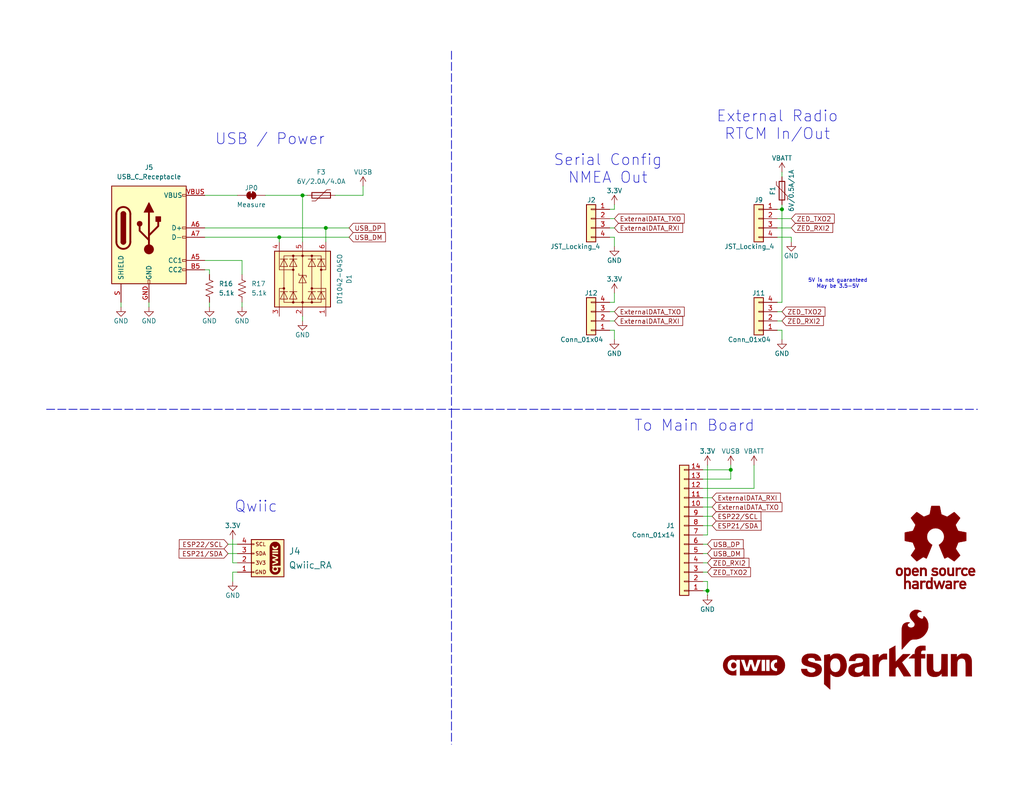
<source format=kicad_sch>
(kicad_sch (version 20231120) (generator "eeschema") (generator_version "8.0")
  (paper "USLetter")
  (title_block (title "SparkFun RTK Facet - External Connector") (date "2024-09-25") (rev "v13") (comment 1 "Designed by: N. Seidle"))
  (lib_symbols
    (symbol "SparkFun-Aesthetic:OSHW_Logo" (pin_names (offset 1.016)) (in_bom no))
    (symbol "SparkFun-Aesthetic:SparkFun_Logo" (pin_names (offset 1.016)) (on_board no))
    (symbol "SparkFun-Aesthetic:qwiic_Logo" (pin_names (offset 1.016)) (on_board no))
    (symbol "SparkFun-Connector:Conn_01x04" (pin_names (offset 1.016) hide)
      (property "Reference" "J" (at 0 5.08 0))
      (property "Value" "Conn_01x04" (at 0 -7.62 0))
      (symbol "Conn_01x04_1_1"
        (pin passive line (at -5.08 2.54 0) (length 3.81) (name "Pin_1") (number "1"))
        (pin passive line (at -5.08 0 0) (length 3.81) (name "Pin_2") (number "2"))
        (pin passive line (at -5.08 -2.54 0) (length 3.81) (name "Pin_3") (number "3"))
        (pin passive line (at -5.08 -5.08 0) (length 3.81) (name "Pin_4") (number "4"))
      )
    )
    (symbol "SparkFun-Connector:Conn_01x04_JST_1.25mm_Locking" (pin_names (offset 1.016) hide)
      (property "Reference" "J" (at 0 5.08 0))
      (property "Value" "JST_Locking_4" (at 0 -7.62 0))
      (symbol "Conn_01x04_JST_1.25mm_Locking_1_1"
        (pin passive line (at -5.08 2.54 0) (length 3.81) (name "Pin_1") (number "1"))
        (pin passive line (at -5.08 0 0) (length 3.81) (name "Pin_2") (number "2"))
        (pin passive line (at -5.08 -2.54 0) (length 3.81) (name "Pin_3") (number "3"))
        (pin passive line (at -5.08 -5.08 0) (length 3.81) (name "Pin_4") (number "4"))
        (pin no_connect line (at 6.35 -6.35 90) (length 5.08) hide (name "NC") (number "NC1"))
        (pin no_connect line (at 3.81 -6.35 90) (length 5.08) hide (name "NC") (number "NC2"))
      )
    )
    (symbol "SparkFun-Connector:Conn_01x14_JST_RA" (pin_names (offset 1.016) hide)
      (property "Reference" "J" (at 0 17.78 0))
      (property "Value" "Conn_01x14" (at 0 -20.32 0))
      (symbol "Conn_01x14_JST_RA_1_1"
        (pin passive line (at -5.08 15.24 0) (length 3.81) (name "Pin_1") (number "1"))
        (pin passive line (at -5.08 -7.62 0) (length 3.81) (name "Pin_10") (number "10"))
        (pin passive line (at -5.08 -10.16 0) (length 3.81) (name "Pin_11") (number "11"))
        (pin passive line (at -5.08 -12.7 0) (length 3.81) (name "Pin_12") (number "12"))
        (pin passive line (at -5.08 -15.24 0) (length 3.81) (name "Pin_13") (number "13"))
        (pin passive line (at -5.08 -17.78 0) (length 3.81) (name "Pin_14") (number "14"))
        (pin passive line (at -5.08 12.7 0) (length 3.81) (name "Pin_2") (number "2"))
        (pin passive line (at -5.08 10.16 0) (length 3.81) (name "Pin_3") (number "3"))
        (pin passive line (at -5.08 7.62 0) (length 3.81) (name "Pin_4") (number "4"))
        (pin passive line (at -5.08 5.08 0) (length 3.81) (name "Pin_5") (number "5"))
        (pin passive line (at -5.08 2.54 0) (length 3.81) (name "Pin_6") (number "6"))
        (pin passive line (at -5.08 0 0) (length 3.81) (name "Pin_7") (number "7"))
        (pin passive line (at -5.08 -2.54 0) (length 3.81) (name "Pin_8") (number "8"))
        (pin passive line (at -5.08 -5.08 0) (length 3.81) (name "Pin_9") (number "9"))
      )
    )
    (symbol "SparkFun-Connector:Qwiic_Right_Angle" (pin_names (offset 1.016) hide)
      (property "Reference" "J" (at 0 5.08 0))
      (property "Value" "Qwiic_RA" (at 0 -7.62 0))
      (symbol "Qwiic_Right_Angle_1_1"
        (text "3V3" (at 1.27 -2.54 0) (effects (font (size 1 1))))
        (text "GND" (at 1.27 -5.08 0) (effects (font (size 1 1))))
        (text "SCL" (at 1.27 2.54 0) (effects (font (size 1 1))))
        (text "SDA" (at 1.27 0 0) (effects (font (size 1 1))))
        (pin passive line (at -5.08 -5.08 0) (length 3.81) (name "Pin_1") (number "1"))
        (pin passive line (at -5.08 -2.54 0) (length 3.81) (name "Pin_2") (number "2"))
        (pin passive line (at -5.08 0 0) (length 3.81) (name "Pin_3") (number "3"))
        (pin passive line (at -5.08 2.54 0) (length 3.81) (name "Pin_4") (number "4"))
        (pin no_connect line (at 5.08 3.81 270) (length 2.54) hide (name "NC") (number "NC1"))
        (pin no_connect line (at 6.35 3.81 270) (length 2.54) hide (name "NC") (number "NC2"))
      )
    )
    (symbol "SparkFun-Connector:USB_C_Receptacle" (pin_names (offset 1.016))
      (property "Reference" "J" (at -10.16 12.7 0))
      (property "Value" "USB_C_Receptacle" (at 19.05 12.7 0))
      (symbol "USB_C_Receptacle_1_1"
        (pin bidirectional line (at 15.24 -8.89 180) (length 5.08) (name "CC1") (number "A5"))
        (pin bidirectional line (at 15.24 0 180) (length 5.08) (name "D+") (number "A6"))
        (pin bidirectional line (at 15.24 -2.54 180) (length 5.08) (name "D-") (number "A7"))
        (pin no_connect line (at 2.54 -15.24 90) (length 5.08) hide (name "NC") (number "A8"))
        (pin bidirectional line (at 15.24 -11.43 180) (length 5.08) (name "CC2") (number "B5"))
        (pin bidirectional line (at 15.24 0 180) (length 5.08) hide (name "D+") (number "B6"))
        (pin bidirectional line (at 15.24 -2.54 180) (length 5.08) hide (name "D-") (number "B7"))
        (pin no_connect line (at 3.81 -15.24 90) (length 5.08) hide (name "NC") (number "B8"))
        (pin passive line (at 0 -20.32 90) (length 5.08) (name "GND") (number "GND"))
        (pin no_connect line (at -5.08 -15.24 90) (length 5.08) hide (name "NC") (number "NC1"))
        (pin no_connect line (at -3.81 -15.24 90) (length 5.08) hide (name "NC") (number "NC2"))
        (pin no_connect line (at -2.54 -15.24 90) (length 5.08) hide (name "NC") (number "NC3"))
        (pin passive line (at -7.62 -20.32 90) (length 5.08) (name "SHIELD") (number "S"))
        (pin power_out line (at 15.24 8.89 180) (length 5.08) (name "VBUS") (number "VBUS"))
      )
    )
    (symbol "SparkFun-DiscreteSemi:D_TVS_ESD_USB" (pin_names hide)
      (property "Reference" "D" (at -8.636 -2.794 90))
      (property "Value" "DT1042-04SO" (at 9.398 -8.382 90))
      (symbol "D_TVS_ESD_USB_1_1"
        (pin passive line (at -6.35 -11.43 90) (length 2.54) (name "I/O1") (number "1"))
        (pin passive line (at 0 -11.43 90) (length 2.54) (name "GND") (number "2"))
        (pin passive line (at 6.35 -11.43 90) (length 2.54) (name "I/O2") (number "3"))
        (pin passive line (at 6.35 8.89 270) (length 2.54) (name "I/O3") (number "4"))
        (pin passive line (at 0 8.89 270) (length 2.54) (name "VCC") (number "5"))
        (pin passive line (at -6.35 8.89 270) (length 2.54) (name "I/O4") (number "6"))
      )
    )
    (symbol "SparkFun-Fuse:Fuse 6V/0.5A/1A" (pin_numbers hide) (pin_names (offset 0))
      (property "Reference" "F" (at 0 2.54 0))
      (property "Value" "6V/0.5A/1A" (at 0 -2.54 0))
      (symbol "Fuse 6V/0.5A/1A_1_1"
        (pin passive line (at 3.81 0 180) (length 1.27) (name "~") (number "1"))
        (pin passive line (at -3.81 0 0) (length 1.27) (name "~") (number "2"))
      )
    )
    (symbol "SparkFun-Fuse:Fuse 6V/2.0A/4.0A" (pin_numbers hide) (pin_names (offset 0))
      (property "Reference" "F" (at 0 2.54 0))
      (property "Value" "6V/2.0A/4.0A" (at 0 -2.54 0))
      (symbol "Fuse 6V/2.0A/4.0A_1_1"
        (pin passive line (at 3.81 0 180) (length 1.27) (name "~") (number "1"))
        (pin passive line (at -3.81 0 0) (length 1.27) (name "~") (number "2"))
      )
    )
    (symbol "SparkFun-Jumper:Jumper_Measure" (pin_numbers hide) (pin_names (offset 0) hide)
      (property "Reference" "JP" (at 0 2.032 0))
      (property "Value" "Measure" (at 0 -2.54 0))
      (symbol "Jumper_Measure_1_1"
        (pin passive line (at -3.81 0 0) (length 2.54) (name "A") (number "1"))
        (pin passive line (at 3.81 0 180) (length 2.54) (name "B") (number "2"))
      )
    )
    (symbol "SparkFun-PowerSymbol:3.3V" (power) (pin_names (offset 0))
      (property "Value" "3.3V" (at 0 3.81 0))
      (symbol "3.3V_1_1"
        (pin power_in line (at 0 0 90) (length 0) hide (name "3.3V") (number "1"))
      )
    )
    (symbol "SparkFun-PowerSymbol:GND" (power) (pin_names (offset 0))
      (property "Value" "GND" (at 0 -3.81 0))
      (symbol "GND_1_1"
        (pin power_in line (at 0 0 270) (length 0) hide (name "GND") (number "1"))
      )
    )
    (symbol "SparkFun-PowerSymbol:VBATT" (power) (pin_names (offset 0))
      (property "Value" "VBATT" (at 0 3.81 0))
      (symbol "VBATT_1_1"
        (pin power_in line (at 0 0 90) (length 0) hide (name "VBATT") (number "1"))
      )
    )
    (symbol "SparkFun-PowerSymbol:VUSB" (power) (pin_names (offset 0))
      (property "Value" "VUSB" (at 0 3.81 0))
      (symbol "VUSB_1_1"
        (pin power_in line (at 0 0 90) (length 0) hide (name "VUSB") (number "1"))
      )
    )
    (symbol "SparkFun-Resistor:5.1k_0603" (pin_numbers hide) (pin_names (offset 0))
      (property "Reference" "R" (at 0 -2.54 0))
      (property "Value" "5.1k" (at 0 2.54 0))
      (symbol "5.1k_0603_1_1"
        (pin passive line (at 3.81 0 180) (length 1.27) (name "~") (number "1"))
        (pin passive line (at -3.81 0 0) (length 1.27) (name "~") (number "2"))
      )
    )
    (symbol "power:GND" (power) (pin_numbers hide) (pin_names (offset 0) hide)
      (property "Value" "GND" (at 0 -3.81 0))
      (symbol "GND_1_1"
        (pin power_in line (at 0 0 270) (length 0) (name "~") (number "1"))
      )
    )
  )
  (junction (at 88.9 62.23))
  (junction (at 76.2 64.77))
  (junction (at 193.04 161.29))
  (junction (at 82.55 53.34))
  (junction (at 213.36 57.15))
  (junction (at 199.39 128.27))
  (polyline (pts (xy 123.19 111.76) (xy 123.19 111.76)) (stroke (width 0.2032) (type dash)))
  (wire (pts (xy 82.55 53.34) (xy 83.82 53.34)))
  (wire (pts (xy 212.09 87.63) (xy 213.36 87.63)) (stroke (width 0.1524)))
  (wire (pts (xy 191.77 146.05) (xy 193.04 146.05)))
  (wire (pts (xy 166.37 82.55) (xy 167.64 82.55)) (stroke (width 0.1524)))
  (wire (pts (xy 191.77 153.67) (xy 193.04 153.67)))
  (wire (pts (xy 212.09 64.77) (xy 215.9 64.77)) (stroke (width 0.1524)))
  (wire (pts (xy 191.77 128.27) (xy 199.39 128.27)))
  (wire (pts (xy 57.15 83.82) (xy 57.15 82.55)) (stroke (width 0.1524)))
  (wire (pts (xy 166.37 57.15) (xy 167.64 57.15)) (stroke (width 0.1524)))
  (wire (pts (xy 193.04 127) (xy 193.04 146.05)))
  (wire (pts (xy 55.88 73.66) (xy 57.15 73.66)) (stroke (width 0.1524)))
  (wire (pts (xy 213.36 90.17) (xy 213.36 92.71)) (stroke (width 0.1524)))
  (wire (pts (xy 191.77 148.59) (xy 193.04 148.59)))
  (wire (pts (xy 64.77 156.21) (xy 63.5 156.21)) (stroke (width 0.1524)))
  (wire (pts (xy 82.55 53.34) (xy 82.55 66.04)))
  (wire (pts (xy 64.77 153.67) (xy 63.5 153.67)) (stroke (width 0.1524)))
  (wire (pts (xy 212.09 82.55) (xy 213.36 82.55)) (stroke (width 0.1524)))
  (wire (pts (xy 40.64 83.82) (xy 40.64 82.55)))
  (wire (pts (xy 99.06 53.34) (xy 99.06 50.8)) (stroke (width 0.1524)))
  (wire (pts (xy 57.15 73.66) (xy 57.15 74.93)) (stroke (width 0.1524)))
  (wire (pts (xy 88.9 62.23) (xy 95.25 62.23)))
  (wire (pts (xy 213.36 46.99) (xy 213.36 48.26)) (stroke (width 0.1524)))
  (wire (pts (xy 213.36 57.15) (xy 213.36 82.55)) (stroke (width 0.1524)))
  (wire (pts (xy 64.77 148.59) (xy 62.23 148.59)) (stroke (width 0.1524)))
  (wire (pts (xy 66.04 74.93) (xy 66.04 71.12)) (stroke (width 0.1524)))
  (wire (pts (xy 215.9 64.77) (xy 215.9 66.04)) (stroke (width 0.1524)))
  (wire (pts (xy 194.31 138.43) (xy 191.77 138.43)))
  (polyline (pts (xy 123.19 111.76) (xy 123.19 203.2)) (stroke (width 0.2032) (type dash)))
  (wire (pts (xy 166.37 64.77) (xy 167.64 64.77)) (stroke (width 0.1524)))
  (wire (pts (xy 191.77 133.35) (xy 205.74 133.35)))
  (wire (pts (xy 191.77 158.75) (xy 193.04 158.75)))
  (wire (pts (xy 212.09 62.23) (xy 215.9 62.23)) (stroke (width 0.1524)))
  (wire (pts (xy 55.88 64.77) (xy 76.2 64.77)))
  (wire (pts (xy 213.36 57.15) (xy 213.36 55.88)) (stroke (width 0.1524)))
  (wire (pts (xy 63.5 156.21) (xy 63.5 158.75)) (stroke (width 0.1524)))
  (wire (pts (xy 64.77 151.13) (xy 62.23 151.13)) (stroke (width 0.1524)))
  (wire (pts (xy 212.09 85.09) (xy 213.36 85.09)) (stroke (width 0.1524)))
  (wire (pts (xy 76.2 64.77) (xy 95.25 64.77)))
  (wire (pts (xy 191.77 151.13) (xy 193.04 151.13)))
  (wire (pts (xy 212.09 90.17) (xy 213.36 90.17)) (stroke (width 0.1524)))
  (wire (pts (xy 55.88 71.12) (xy 66.04 71.12)) (stroke (width 0.1524)))
  (polyline (pts (xy 123.19 111.76) (xy 266.7 111.76)) (stroke (width 0.2032) (type dash)))
  (wire (pts (xy 91.44 53.34) (xy 99.06 53.34)) (stroke (width 0.1524)))
  (wire (pts (xy 72.39 53.34) (xy 82.55 53.34)) (stroke (width 0.1524)))
  (wire (pts (xy 166.37 62.23) (xy 167.64 62.23)) (stroke (width 0.1524)))
  (polyline (pts (xy 12.7 111.76) (xy 123.19 111.76)) (stroke (width 0.2032) (type dash)))
  (wire (pts (xy 88.9 66.04) (xy 88.9 62.23)))
  (wire (pts (xy 191.77 130.81) (xy 199.39 130.81)))
  (wire (pts (xy 199.39 128.27) (xy 199.39 130.81)))
  (wire (pts (xy 166.37 85.09) (xy 167.64 85.09)) (stroke (width 0.1524)))
  (wire (pts (xy 194.31 140.97) (xy 191.77 140.97)))
  (wire (pts (xy 167.64 90.17) (xy 167.64 92.71)) (stroke (width 0.1524)))
  (polyline (pts (xy 123.19 13.97) (xy 123.19 111.76)) (stroke (width 0.2032) (type dash)))
  (wire (pts (xy 166.37 59.69) (xy 167.64 59.69)) (stroke (width 0.1524)))
  (wire (pts (xy 82.55 87.63) (xy 82.55 86.36)))
  (wire (pts (xy 166.37 87.63) (xy 167.64 87.63)) (stroke (width 0.1524)))
  (wire (pts (xy 63.5 153.67) (xy 63.5 147.32)) (stroke (width 0.1524)))
  (wire (pts (xy 167.64 82.55) (xy 167.64 80.01)) (stroke (width 0.1524)))
  (wire (pts (xy 212.09 57.15) (xy 213.36 57.15)) (stroke (width 0.1524)))
  (wire (pts (xy 76.2 64.77) (xy 76.2 66.04)))
  (wire (pts (xy 194.31 135.89) (xy 191.77 135.89)))
  (wire (pts (xy 191.77 156.21) (xy 193.04 156.21)))
  (wire (pts (xy 66.04 83.82) (xy 66.04 82.55)) (stroke (width 0.1524)))
  (wire (pts (xy 33.02 83.82) (xy 33.02 82.55)))
  (wire (pts (xy 199.39 127) (xy 199.39 128.27)))
  (wire (pts (xy 193.04 158.75) (xy 193.04 161.29)))
  (wire (pts (xy 64.77 53.34) (xy 55.88 53.34)) (stroke (width 0.1524)))
  (wire (pts (xy 194.31 143.51) (xy 191.77 143.51)))
  (wire (pts (xy 55.88 62.23) (xy 88.9 62.23)))
  (wire (pts (xy 205.74 127) (xy 205.74 133.35)))
  (wire (pts (xy 167.64 64.77) (xy 167.64 67.31)) (stroke (width 0.1524)))
  (wire (pts (xy 212.09 59.69) (xy 215.9 59.69)) (stroke (width 0.1524)))
  (wire (pts (xy 193.04 161.29) (xy 193.04 162.56)))
  (wire (pts (xy 191.77 161.29) (xy 193.04 161.29)))
  (wire (pts (xy 167.64 57.15) (xy 167.64 55.88)) (stroke (width 0.1524)))
  (wire (pts (xy 166.37 90.17) (xy 167.64 90.17)) (stroke (width 0.1524)))
  (text "USB / Power" (at 73.66 38.1 0) (effects (font (size 3 3))))
  (text "Serial Config\nNMEA Out" (at 165.862 46.228 0) (effects (font (size 3 3))))
  (text "Qwiic" (at 69.85 138.43 0) (effects (font (size 3 3))))
  (text "5V is not guaranteed\nMay be 3.5-5V" (at 228.6 77.47 0) (effects (font (size 1 1))))
  (text "To Main Board" (at 189.484 116.332 0) (effects (font (size 3 3))))
  (text "External Radio\nRTCM In/Out" (at 212.09 34.29 0) (effects (font (size 3 3))))
  (global_label "ZED_RXI2" (shape input) (at 213.36 87.63 0) (property "Intersheetrefs" "${INTERSHEET_REFS}" (effects (hide yes))))
  (global_label "ESP22{slash}SCL" (shape input) (at 194.31 140.97 0) (property "Intersheetrefs" "${INTERSHEET_REFS}" (effects (hide yes))))
  (global_label "ZED_RXI2" (shape input) (at 215.9 62.23 0) (property "Intersheetrefs" "${INTERSHEET_REFS}" (effects (hide yes))))
  (global_label "ExternalDATA_RXI" (shape input) (at 194.31 135.89 0) (property "Intersheetrefs" "${INTERSHEET_REFS}" (effects (hide yes))))
  (global_label "USB_DM" (shape input) (at 193.04 151.13 0) (property "Intersheetrefs" "${INTERSHEET_REFS}" (effects (hide yes))))
  (global_label "ZED_TXO2" (shape input) (at 215.9 59.69 0) (property "Intersheetrefs" "${INTERSHEET_REFS}" (effects (hide yes))))
  (global_label "ZED_TXO2" (shape input) (at 193.04 156.21 0) (property "Intersheetrefs" "${INTERSHEET_REFS}" (effects (hide yes))))
  (global_label "ZED_RXI2" (shape input) (at 193.04 153.67 0) (property "Intersheetrefs" "${INTERSHEET_REFS}" (effects (hide yes))))
  (global_label "ExternalDATA_RXI" (shape input) (at 167.64 87.63 0) (property "Intersheetrefs" "${INTERSHEET_REFS}" (effects (hide yes))))
  (global_label "ExternalDATA_TXO" (shape input) (at 194.31 138.43 0) (property "Intersheetrefs" "${INTERSHEET_REFS}" (effects (hide yes))))
  (global_label "ESP21{slash}SDA" (shape input) (at 194.31 143.51 0) (property "Intersheetrefs" "${INTERSHEET_REFS}" (effects (hide yes))))
  (global_label "ZED_TXO2" (shape input) (at 213.36 85.09 0) (property "Intersheetrefs" "${INTERSHEET_REFS}" (effects (hide yes))))
  (global_label "ExternalDATA_RXI" (shape input) (at 167.64 62.23 0) (property "Intersheetrefs" "${INTERSHEET_REFS}" (effects (hide yes))))
  (global_label "ESP22{slash}SCL" (shape input) (at 62.23 148.59 180) (property "Intersheetrefs" "${INTERSHEET_REFS}" (effects (hide yes))))
  (global_label "USB_DP" (shape input) (at 95.25 62.23 0) (property "Intersheetrefs" "${INTERSHEET_REFS}" (effects (hide yes))))
  (global_label "USB_DM" (shape input) (at 95.25 64.77 0) (property "Intersheetrefs" "${INTERSHEET_REFS}" (effects (hide yes))))
  (global_label "USB_DP" (shape input) (at 193.04 148.59 0) (property "Intersheetrefs" "${INTERSHEET_REFS}" (effects (hide yes))))
  (global_label "ExternalDATA_TXO" (shape input) (at 167.64 59.69 0) (property "Intersheetrefs" "${INTERSHEET_REFS}" (effects (hide yes))))
  (global_label "ExternalDATA_TXO" (shape input) (at 167.64 85.09 0) (property "Intersheetrefs" "${INTERSHEET_REFS}" (effects (hide yes))))
  (global_label "ESP21{slash}SDA" (shape input) (at 62.23 151.13 180) (property "Intersheetrefs" "${INTERSHEET_REFS}" (effects (hide yes))))
  (symbol (lib_id "SparkFun-Resistor:5.1k_0603") (at 66.04 78.74 90) (unit 1)
    (property "Reference" "R17" (at 68.58 77.4699 90) (effects (justify right)))
    (property "Value" "5.1k" (at 68.58 80.0099 90) (effects (justify right)))
    (property "Footprint" "SparkFun-Resistor:R_0603_1608Metric" (effects (hide yes)))
    (property "Datasheet" "https://www.vishay.com/docs/20035/dcrcwe3.pdf" (effects (hide yes)))
    (property "Description" "Resistor" (effects (hide yes)))
    (property "PROD_ID" "RES-12083" (effects (hide yes)))
  )
  (symbol (lib_id "SparkFun-Aesthetic:qwiic_Logo") (at 205.74 181.61 0) (unit 1) (on_board no)
    (property "Reference" "G2" (effects (hide yes)))
    (property "Value" "qwiic_Logo" (effects (hide yes)))
  )
  (symbol (lib_id "SparkFun-PowerSymbol:3.3V") (at 193.04 127 0) (mirror y) (unit 1)
    (property "Reference" "#SUPPLY01" (effects (hide yes)))
    (property "Value" "3.3V" (at 193.04 123.19 0))
    (property "Description" "Power symbol creates a global label with name \"3.3V\"" (effects (hide yes)))
  )
  (symbol (lib_id "SparkFun-Connector:Conn_01x14_JST_RA") (at 186.69 146.05 180) (unit 1)
    (property "Reference" "J1" (at 184.15 143.5099 0) (effects (justify left)))
    (property "Value" "Conn_01x14" (at 184.15 146.0499 0) (effects (justify left)))
    (property "Footprint" "SparkFun-Connector:JST_SMD_1.0mm-14_RA" (effects (hide yes)))
    (property "Datasheet" "https://www.jst-mfg.com/product/pdf/eng/eSH.pdf" (effects (hide yes)))
    (property "Description" "SMD 14 pin friction fit JST connector" (effects (hide yes)))
    (property "PROD_ID" "CONN-23695" (effects (hide yes)))
  )
  (symbol (lib_id "SparkFun-PowerSymbol:GND") (at 82.55 87.63 0) (unit 1)
    (property "Reference" "#PWR04" (effects (hide yes)))
    (property "Value" "GND" (at 82.55 91.44 0))
    (property "Description" "Power symbol creates a global label with name \"GND\" , ground" (effects (hide yes)))
  )
  (symbol (lib_id "SparkFun-PowerSymbol:GND") (at 40.64 83.82 0) (unit 1)
    (property "Reference" "#PWR031" (effects (hide yes)))
    (property "Value" "GND" (at 40.64 87.63 0))
    (property "Description" "Power symbol creates a global label with name \"GND\" , ground" (effects (hide yes)))
  )
  (symbol (lib_id "SparkFun-Fuse:Fuse 6V/2.0A/4.0A") (at 87.63 53.34 0) (unit 1)
    (property "Reference" "F3" (at 87.63 46.99 0))
    (property "Value" "6V/2.0A/4.0A" (at 87.63 49.53 0))
    (property "Footprint" "SparkFun-Fuse:1210" (effects (hide yes)))
    (property "Datasheet" "https://www.belfuse.com/resources/datasheets/circuitprotection/ds-cp-0zch-series.pdf" (effects (hide yes)))
    (property "Description" "Resettable fuse 2A" (effects (hide yes)))
    (property "PROD_ID" "RES-14313" (effects (hide yes)))
  )
  (symbol (lib_id "SparkFun-PowerSymbol:GND") (at 63.5 158.75 0) (unit 1)
    (property "Reference" "#PWR01" (effects (hide yes)))
    (property "Value" "GND" (at 63.5 162.56 0))
    (property "Description" "Power symbol creates a global label with name \"GND\" , ground" (effects (hide yes)))
  )
  (symbol (lib_id "SparkFun-PowerSymbol:GND") (at 213.36 92.71 0) (unit 1)
    (property "Reference" "#PWR026" (effects (hide yes)))
    (property "Value" "GND" (at 213.36 96.52 0))
    (property "Description" "Power symbol creates a global label with name \"GND\" , ground" (effects (hide yes)))
  )
  (symbol (lib_id "SparkFun-Resistor:5.1k_0603") (at 57.15 78.74 90) (unit 1)
    (property "Reference" "R16" (at 59.69 77.4699 90) (effects (justify right)))
    (property "Value" "5.1k" (at 59.69 80.0099 90) (effects (justify right)))
    (property "Footprint" "SparkFun-Resistor:R_0603_1608Metric" (effects (hide yes)))
    (property "Datasheet" "https://www.vishay.com/docs/20035/dcrcwe3.pdf" (effects (hide yes)))
    (property "Description" "Resistor" (effects (hide yes)))
    (property "PROD_ID" "RES-12083" (effects (hide yes)))
  )
  (symbol (lib_id "SparkFun-PowerSymbol:3.3V") (at 167.64 55.88 0) (mirror y) (unit 1)
    (property "Reference" "#SUPPLY04" (effects (hide yes)))
    (property "Value" "3.3V" (at 167.64 52.07 0))
    (property "Description" "Power symbol creates a global label with name \"3.3V\"" (effects (hide yes)))
  )
  (symbol (lib_id "SparkFun-DiscreteSemi:D_TVS_ESD_USB") (at 82.55 74.93 0) (mirror y) (unit 1)
    (property "Reference" "D1" (at 95.25 76.2 90))
    (property "Value" "DT1042-04SO" (at 92.71 76.2 90))
    (property "Footprint" "SparkFun-Semiconductor-Standard:SOT23-6" (effects (hide yes)))
    (property "Datasheet" "https://www.diodes.com/assets/Datasheets/DT1042-04SO.pdf" (effects (hide yes)))
    (property "Description" "Very low capacitance ESD protection diode, 4 data-line, SOT-23-6" (effects (hide yes)))
    (property "PROD_ID" "IC-13538" (effects (hide yes)))
  )
  (symbol (lib_id "SparkFun-Connector:Conn_01x04_JST_1.25mm_Locking") (at 207.01 59.69 0) (mirror y) (unit 1)
    (property "Reference" "J9" (at 207.01 54.61 0))
    (property "Value" "JST_Locking_4" (at 204.47 67.31 0))
    (property "Footprint" "SparkFun-Connector:JST_SMD_1.25mm-4_Locking" (effects (hide yes)))
    (property "Description" "Generic connector, single row, 01x04, script generated (kicad-library-utils/schlib/autogen/connector/)" (effects (hide yes)))
    (property "PROD_ID" "CONN-15303" (effects (hide yes)))
  )
  (symbol (lib_id "power:GND") (at 193.04 162.56 0) (unit 1)
    (property "Reference" "#PWR09" (effects (hide yes)))
    (property "Value" "GND" (at 193.04 166.37 0))
    (property "Description" "Power symbol creates a global label with name \"GND\" , ground" (effects (hide yes)))
  )
  (symbol (lib_id "SparkFun-Connector:Conn_01x04") (at 207.01 87.63 180) (unit 1)
    (property "Reference" "J11" (at 207.01 80.01 0))
    (property "Value" "Conn_01x04" (at 204.47 92.71 0))
    (property "Footprint" "SparkFun-Connector:1x04" (effects (hide yes)))
    (property "Description" "Generic connector, single row, 01x04, script generated (kicad-library-utils/schlib/autogen/connector/)" (effects (hide yes)))
  )
  (symbol (lib_id "SparkFun-PowerSymbol:VUSB") (at 99.06 50.8 0) (mirror y) (unit 1)
    (property "Reference" "#PWR05" (effects (hide yes)))
    (property "Value" "VUSB" (at 99.06 46.99 0))
    (property "Description" "Power symbol creates a global label with name \"VUSB\"" (effects (hide yes)))
  )
  (symbol (lib_id "SparkFun-Connector:Qwiic_Right_Angle") (at 69.85 151.13 0) (unit 1)
    (property "Reference" "J4" (at 78.74 150.4949 0) (effects (font (size 1.778 1.778)) (justify left)))
    (property "Value" "Qwiic_RA" (at 78.74 154.3049 0) (effects (font (size 1.778 1.778)) (justify left)))
    (property "Footprint" "SparkFun-Connector:JST_SMD_1.0mm-4_RA" (effects (hide yes)))
    (property "Datasheet" "https://www.jst-mfg.com/product/pdf/eng/eSH.pdf" (effects (hide yes)))
    (property "Description" "4 pin JST 1mm polarized connector for I2C" (effects (hide yes)))
    (property "PROD_ID" "CONN-13694" (effects (hide yes)))
  )
  (symbol (lib_id "SparkFun-PowerSymbol:VBATT") (at 213.36 46.99 0) (unit 1)
    (property "Reference" "#PWR06" (effects (hide yes)))
    (property "Value" "VBATT" (at 213.36 43.18 0))
    (property "Description" "Power symbol creates a global label with name \"VBATT\"" (effects (hide yes)))
  )
  (symbol (lib_id "SparkFun-Connector:Conn_01x04_JST_1.25mm_Locking") (at 161.29 59.69 0) (mirror y) (unit 1)
    (property "Reference" "J2" (at 162.56 54.61 0) (effects (justify left)))
    (property "Value" "JST_Locking_4" (at 163.83 67.31 0) (effects (justify left)))
    (property "Footprint" "SparkFun-Connector:JST_SMD_1.25mm-4_Locking" (effects (hide yes)))
    (property "Description" "Generic connector, single row, 01x04, script generated (kicad-library-utils/schlib/autogen/connector/)" (effects (hide yes)))
    (property "PROD_ID" "CONN-15303" (effects (hide yes)))
  )
  (symbol (lib_id "SparkFun-Aesthetic:SparkFun_Logo") (at 241.3 181.61 0) (unit 1) (on_board no)
    (property "Reference" "G1" (effects (hide yes)))
    (property "Value" "SparkFun_Logo" (effects (hide yes)))
  )
  (symbol (lib_id "SparkFun-Connector:Conn_01x04") (at 161.29 87.63 180) (unit 1)
    (property "Reference" "J12" (at 161.29 80.01 0))
    (property "Value" "Conn_01x04" (at 158.75 92.71 0))
    (property "Footprint" "SparkFun-Connector:1x04" (effects (hide yes)))
    (property "Description" "Generic connector, single row, 01x04, script generated (kicad-library-utils/schlib/autogen/connector/)" (effects (hide yes)))
  )
  (symbol (lib_id "SparkFun-PowerSymbol:3.3V") (at 167.64 80.01 0) (mirror y) (unit 1)
    (property "Reference" "#SUPPLY09" (effects (hide yes)))
    (property "Value" "3.3V" (at 167.64 76.2 0))
    (property "Description" "Power symbol creates a global label with name \"3.3V\"" (effects (hide yes)))
  )
  (symbol (lib_id "SparkFun-PowerSymbol:GND") (at 167.64 92.71 0) (unit 1)
    (property "Reference" "#PWR017" (effects (hide yes)))
    (property "Value" "GND" (at 167.64 96.52 0))
    (property "Description" "Power symbol creates a global label with name \"GND\" , ground" (effects (hide yes)))
  )
  (symbol (lib_id "SparkFun-PowerSymbol:GND") (at 66.04 83.82 0) (unit 1)
    (property "Reference" "#PWR029" (effects (hide yes)))
    (property "Value" "GND" (at 66.04 87.63 0))
    (property "Description" "Power symbol creates a global label with name \"GND\" , ground" (effects (hide yes)))
  )
  (symbol (lib_id "SparkFun-PowerSymbol:VBATT") (at 205.74 127 0) (unit 1)
    (property "Reference" "#PWR02" (effects (hide yes)))
    (property "Value" "VBATT" (at 205.74 123.19 0))
    (property "Description" "Power symbol creates a global label with name \"VBATT\"" (effects (hide yes)))
  )
  (symbol (lib_id "SparkFun-Connector:USB_C_Receptacle") (at 40.64 62.23 0) (unit 1)
    (property "Reference" "J5" (at 40.64 45.72 0))
    (property "Value" "USB_C_Receptacle" (at 40.64 48.26 0))
    (property "Footprint" "SparkFun-Connector:USB-C_16" (effects (hide yes)))
    (property "Datasheet" "https://www.usb.org/sites/default/files/documents/usb_type-c.zip" (effects (hide yes)))
    (property "Description" "USB 2.0-only Type-C Receptacle connector" (effects (hide yes)))
    (property "PROD_ID" "CONN-14122" (effects (hide yes)))
  )
  (symbol (lib_id "SparkFun-PowerSymbol:GND") (at 57.15 83.82 0) (unit 1)
    (property "Reference" "#PWR028" (effects (hide yes)))
    (property "Value" "GND" (at 57.15 87.63 0))
    (property "Description" "Power symbol creates a global label with name \"GND\" , ground" (effects (hide yes)))
  )
  (symbol (lib_id "SparkFun-PowerSymbol:GND") (at 215.9 66.04 0) (unit 1)
    (property "Reference" "#PWR07" (effects (hide yes)))
    (property "Value" "GND" (at 215.9 69.85 0))
    (property "Description" "Power symbol creates a global label with name \"GND\" , ground" (effects (hide yes)))
  )
  (symbol (lib_id "SparkFun-PowerSymbol:GND") (at 33.02 83.82 0) (unit 1)
    (property "Reference" "#PWR03" (effects (hide yes)))
    (property "Value" "GND" (at 33.02 87.63 0))
    (property "Description" "Power symbol creates a global label with name \"GND\" , ground" (effects (hide yes)))
  )
  (symbol (lib_id "SparkFun-PowerSymbol:VUSB") (at 199.39 127 0) (mirror y) (unit 1)
    (property "Reference" "#PWR011" (effects (hide yes)))
    (property "Value" "VUSB" (at 199.39 123.19 0))
    (property "Description" "Power symbol creates a global label with name \"VUSB\"" (effects (hide yes)))
  )
  (symbol (lib_id "SparkFun-Aesthetic:OSHW_Logo") (at 255.27 153.67 0) (unit 1) (in_bom no)
    (property "Reference" "G3" (effects (hide yes)))
    (property "Value" "OSHW_Logo" (effects (hide yes)))
    (property "Footprint" "SparkFun-Aesthetic:Creative_Commons_License" (effects (hide yes)))
  )
  (symbol (lib_id "SparkFun-PowerSymbol:3.3V") (at 63.5 147.32 0) (unit 1)
    (property "Reference" "#SUPPLY08" (effects (hide yes)))
    (property "Value" "3.3V" (at 63.5 143.51 0))
    (property "Description" "Power symbol creates a global label with name \"3.3V\"" (effects (hide yes)))
  )
  (symbol (lib_id "SparkFun-Fuse:Fuse 6V/0.5A/1A") (at 213.36 52.07 90) (unit 1)
    (property "Reference" "F1" (at 210.82 52.07 0))
    (property "Value" "6V/0.5A/1A" (at 215.9 52.07 0))
    (property "Footprint" "SparkFun-Fuse:0805" (effects (hide yes)))
    (property "Datasheet" "https://www.belfuse.com/resources/datasheets/circuitprotection/ds-cp-0zck-series.pdf" (effects (hide yes)))
    (property "Description" "Resettable fuse" (effects (hide yes)))
    (property "PROD_ID" "RES-13945" (effects (hide yes)))
  )
  (symbol (lib_id "SparkFun-PowerSymbol:GND") (at 167.64 67.31 0) (unit 1)
    (property "Reference" "#PWR0103" (effects (hide yes)))
    (property "Value" "GND" (at 167.64 71.12 0))
    (property "Description" "Power symbol creates a global label with name \"GND\" , ground" (effects (hide yes)))
  )
  (symbol (lib_id "SparkFun-Jumper:Jumper_Measure") (at 68.58 53.34 0) (unit 1)
    (property "Reference" "JP0" (at 68.58 51.308 0))
    (property "Value" "Measure" (at 68.58 55.88 0))
    (property "Footprint" "SparkFun-Jumper:Jumper_2_PTH_SMD_Combo-NC" (effects (hide yes)))
    (property "Description" "Solder Jumper, 2-pole, closed/bridged" (effects (hide yes)))
  )
)
</source>
